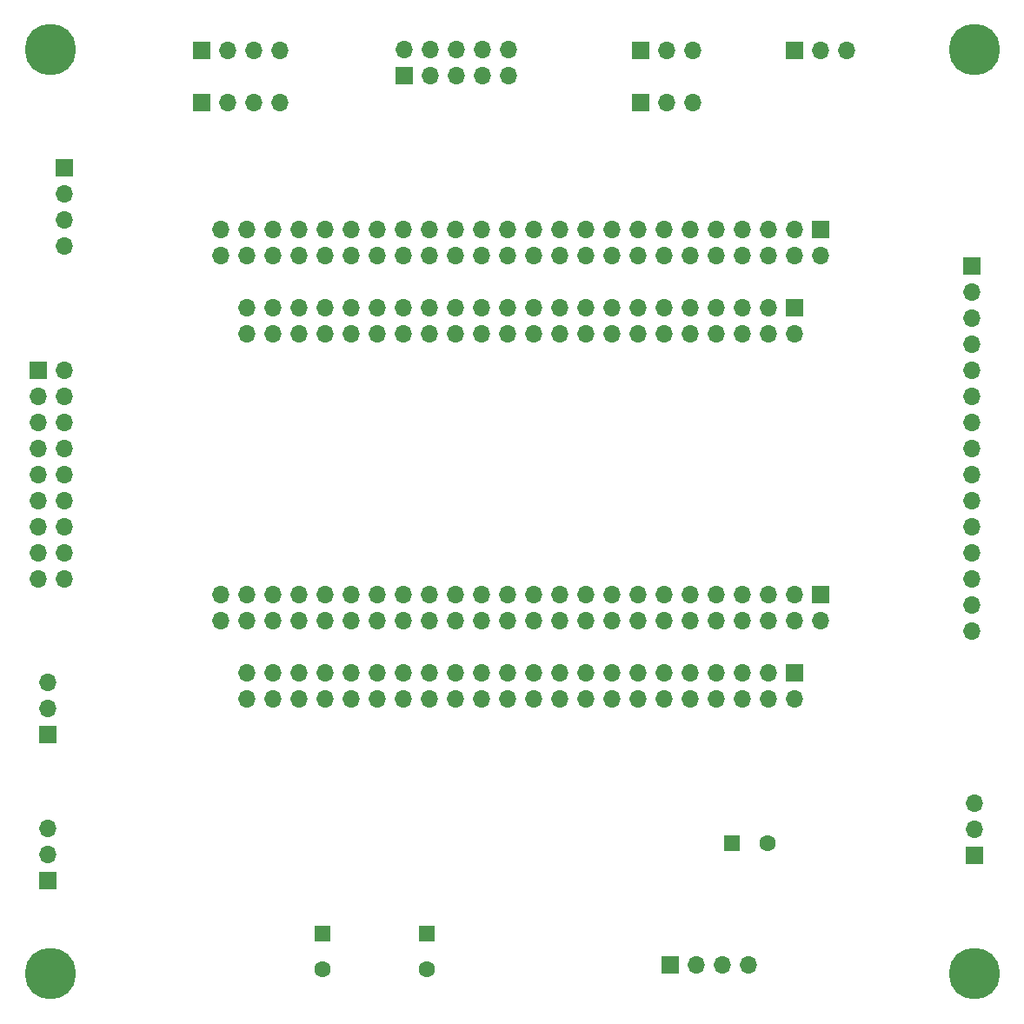
<source format=gbr>
%TF.GenerationSoftware,KiCad,Pcbnew,9.0.0*%
%TF.CreationDate,2025-04-03T13:22:58+08:00*%
%TF.ProjectId,EggClassifier,45676743-6c61-4737-9369-666965722e6b,rev?*%
%TF.SameCoordinates,Original*%
%TF.FileFunction,Soldermask,Bot*%
%TF.FilePolarity,Negative*%
%FSLAX46Y46*%
G04 Gerber Fmt 4.6, Leading zero omitted, Abs format (unit mm)*
G04 Created by KiCad (PCBNEW 9.0.0) date 2025-04-03 13:22:58*
%MOMM*%
%LPD*%
G01*
G04 APERTURE LIST*
%ADD10R,1.600000X1.600000*%
%ADD11C,1.600000*%
%ADD12R,1.700000X1.700000*%
%ADD13O,1.700000X1.700000*%
%ADD14C,5.000000*%
G04 APERTURE END LIST*
D10*
%TO.C,C1*%
X151374000Y-122296000D03*
D11*
X154874000Y-122296000D03*
%TD*%
D10*
%TO.C,C4*%
X111506000Y-131036000D03*
D11*
X111506000Y-134536000D03*
%TD*%
D10*
%TO.C,C3*%
X121666000Y-131036000D03*
D11*
X121666000Y-134536000D03*
%TD*%
D12*
%TO.C,J15*%
X142499000Y-50160000D03*
D13*
X145039000Y-50160000D03*
X147579000Y-50160000D03*
%TD*%
D12*
%TO.C,J3*%
X160020000Y-98080500D03*
D13*
X160020000Y-100620500D03*
X157480000Y-98080500D03*
X157480000Y-100620500D03*
X154940000Y-98080500D03*
X154940000Y-100620500D03*
X152400000Y-98080500D03*
X152400000Y-100620500D03*
X149860000Y-98080500D03*
X149860000Y-100620500D03*
X147320000Y-98080500D03*
X147320000Y-100620500D03*
X144780000Y-98080500D03*
X144780000Y-100620500D03*
X142240000Y-98080500D03*
X142240000Y-100620500D03*
X139700000Y-98080500D03*
X139700000Y-100620500D03*
X137160000Y-98080500D03*
X137160000Y-100620500D03*
X134620000Y-98080500D03*
X134620000Y-100620500D03*
X132080000Y-98080500D03*
X132080000Y-100620500D03*
X129540000Y-98080500D03*
X129540000Y-100620500D03*
X127000000Y-98080500D03*
X127000000Y-100620500D03*
X124460000Y-98080500D03*
X124460000Y-100620500D03*
X121920000Y-98080500D03*
X121920000Y-100620500D03*
X119380000Y-98080500D03*
X119380000Y-100620500D03*
X116840000Y-98080500D03*
X116840000Y-100620500D03*
X114300000Y-98080500D03*
X114300000Y-100620500D03*
X111760000Y-98080500D03*
X111760000Y-100620500D03*
X109220000Y-98080500D03*
X109220000Y-100620500D03*
X106680000Y-98080500D03*
X106680000Y-100620500D03*
X104140000Y-98080500D03*
X104140000Y-100620500D03*
X101600000Y-98080500D03*
X101600000Y-100620500D03*
%TD*%
D12*
%TO.C,J11*%
X84785200Y-125882400D03*
D13*
X84785200Y-123342400D03*
X84785200Y-120802400D03*
%TD*%
D14*
%TO.C,H2*%
X85000000Y-135000000D03*
%TD*%
%TO.C,H4*%
X175000000Y-45000000D03*
%TD*%
D12*
%TO.C,J10*%
X99735800Y-45054600D03*
D13*
X102275800Y-45054600D03*
X104815800Y-45054600D03*
X107355800Y-45054600D03*
%TD*%
D12*
%TO.C,J17*%
X174752000Y-66040000D03*
D13*
X174752000Y-68580000D03*
X174752000Y-71120000D03*
X174752000Y-73660000D03*
X174752000Y-76200000D03*
X174752000Y-78740000D03*
X174752000Y-81280000D03*
X174752000Y-83820000D03*
X174752000Y-86360000D03*
X174752000Y-88900000D03*
X174752000Y-91440000D03*
X174752000Y-93980000D03*
X174752000Y-96520000D03*
X174752000Y-99060000D03*
X174752000Y-101600000D03*
%TD*%
D12*
%TO.C,J9*%
X157485000Y-45080000D03*
D13*
X160025000Y-45080000D03*
X162565000Y-45080000D03*
%TD*%
D12*
%TO.C,J4*%
X157480000Y-70140500D03*
D13*
X157480000Y-72680500D03*
X154940000Y-70140500D03*
X154940000Y-72680500D03*
X152400000Y-70140500D03*
X152400000Y-72680500D03*
X149860000Y-70140500D03*
X149860000Y-72680500D03*
X147320000Y-70140500D03*
X147320000Y-72680500D03*
X144780000Y-70140500D03*
X144780000Y-72680500D03*
X142240000Y-70140500D03*
X142240000Y-72680500D03*
X139700000Y-70140500D03*
X139700000Y-72680500D03*
X137160000Y-70140500D03*
X137160000Y-72680500D03*
X134620000Y-70140500D03*
X134620000Y-72680500D03*
X132080000Y-70140500D03*
X132080000Y-72680500D03*
X129540000Y-70140500D03*
X129540000Y-72680500D03*
X127000000Y-70140500D03*
X127000000Y-72680500D03*
X124460000Y-70140500D03*
X124460000Y-72680500D03*
X121920000Y-70140500D03*
X121920000Y-72680500D03*
X119380000Y-70140500D03*
X119380000Y-72680500D03*
X116840000Y-70140500D03*
X116840000Y-72680500D03*
X114300000Y-70140500D03*
X114300000Y-72680500D03*
X111760000Y-70140500D03*
X111760000Y-72680500D03*
X109220000Y-70140500D03*
X109220000Y-72680500D03*
X106680000Y-70140500D03*
X106680000Y-72680500D03*
X104140000Y-70140500D03*
X104140000Y-72680500D03*
%TD*%
D14*
%TO.C,H1*%
X85000000Y-45000000D03*
%TD*%
%TO.C,H3*%
X175000000Y-135000000D03*
%TD*%
D12*
%TO.C,J1*%
X160020000Y-62520500D03*
D13*
X160020000Y-65060500D03*
X157480000Y-62520500D03*
X157480000Y-65060500D03*
X154940000Y-62520500D03*
X154940000Y-65060500D03*
X152400000Y-62520500D03*
X152400000Y-65060500D03*
X149860000Y-62520500D03*
X149860000Y-65060500D03*
X147320000Y-62520500D03*
X147320000Y-65060500D03*
X144780000Y-62520500D03*
X144780000Y-65060500D03*
X142240000Y-62520500D03*
X142240000Y-65060500D03*
X139700000Y-62520500D03*
X139700000Y-65060500D03*
X137160000Y-62520500D03*
X137160000Y-65060500D03*
X134620000Y-62520500D03*
X134620000Y-65060500D03*
X132080000Y-62520500D03*
X132080000Y-65060500D03*
X129540000Y-62520500D03*
X129540000Y-65060500D03*
X127000000Y-62520500D03*
X127000000Y-65060500D03*
X124460000Y-62520500D03*
X124460000Y-65060500D03*
X121920000Y-62520500D03*
X121920000Y-65060500D03*
X119380000Y-62520500D03*
X119380000Y-65060500D03*
X116840000Y-62520500D03*
X116840000Y-65060500D03*
X114300000Y-62520500D03*
X114300000Y-65060500D03*
X111760000Y-62520500D03*
X111760000Y-65060500D03*
X109220000Y-62520500D03*
X109220000Y-65060500D03*
X106680000Y-62520500D03*
X106680000Y-65060500D03*
X104140000Y-62520500D03*
X104140000Y-65060500D03*
X101600000Y-62520500D03*
X101600000Y-65060500D03*
%TD*%
D12*
%TO.C,J14*%
X175006000Y-123429000D03*
D13*
X175006000Y-120889000D03*
X175006000Y-118349000D03*
%TD*%
D12*
%TO.C,J12*%
X99745800Y-50134600D03*
D13*
X102285800Y-50134600D03*
X104825800Y-50134600D03*
X107365800Y-50134600D03*
%TD*%
D12*
%TO.C,J16*%
X86350000Y-56520000D03*
D13*
X86350000Y-59060000D03*
X86350000Y-61600000D03*
X86350000Y-64140000D03*
%TD*%
D12*
%TO.C,J2*%
X157480000Y-105700500D03*
D13*
X157480000Y-108240500D03*
X154940000Y-105700500D03*
X154940000Y-108240500D03*
X152400000Y-105700500D03*
X152400000Y-108240500D03*
X149860000Y-105700500D03*
X149860000Y-108240500D03*
X147320000Y-105700500D03*
X147320000Y-108240500D03*
X144780000Y-105700500D03*
X144780000Y-108240500D03*
X142240000Y-105700500D03*
X142240000Y-108240500D03*
X139700000Y-105700500D03*
X139700000Y-108240500D03*
X137160000Y-105700500D03*
X137160000Y-108240500D03*
X134620000Y-105700500D03*
X134620000Y-108240500D03*
X132080000Y-105700500D03*
X132080000Y-108240500D03*
X129540000Y-105700500D03*
X129540000Y-108240500D03*
X127000000Y-105700500D03*
X127000000Y-108240500D03*
X124460000Y-105700500D03*
X124460000Y-108240500D03*
X121920000Y-105700500D03*
X121920000Y-108240500D03*
X119380000Y-105700500D03*
X119380000Y-108240500D03*
X116840000Y-105700500D03*
X116840000Y-108240500D03*
X114300000Y-105700500D03*
X114300000Y-108240500D03*
X111760000Y-105700500D03*
X111760000Y-108240500D03*
X109220000Y-105700500D03*
X109220000Y-108240500D03*
X106680000Y-105700500D03*
X106680000Y-108240500D03*
X104140000Y-105700500D03*
X104140000Y-108240500D03*
%TD*%
D12*
%TO.C,J13*%
X142499000Y-45080000D03*
D13*
X145039000Y-45080000D03*
X147579000Y-45080000D03*
%TD*%
D12*
%TO.C,J7*%
X119502000Y-47498000D03*
D13*
X119502000Y-44958000D03*
X122042000Y-47498000D03*
X122042000Y-44958000D03*
X124582000Y-47498000D03*
X124582000Y-44958000D03*
X127122000Y-47498000D03*
X127122000Y-44958000D03*
X129662000Y-47498000D03*
X129662000Y-44958000D03*
%TD*%
D12*
%TO.C,J5*%
X145425000Y-134112000D03*
D13*
X147965000Y-134112000D03*
X150505000Y-134112000D03*
X153045000Y-134112000D03*
%TD*%
D12*
%TO.C,J8*%
X84785200Y-111658400D03*
D13*
X84785200Y-109118400D03*
X84785200Y-106578400D03*
%TD*%
D12*
%TO.C,J6*%
X83810000Y-76210000D03*
D13*
X86350000Y-76210000D03*
X83810000Y-78750000D03*
X86350000Y-78750000D03*
X83810000Y-81290000D03*
X86350000Y-81290000D03*
X83810000Y-83830000D03*
X86350000Y-83830000D03*
X83810000Y-86370000D03*
X86350000Y-86370000D03*
X83810000Y-88910000D03*
X86350000Y-88910000D03*
X83810000Y-91450000D03*
X86350000Y-91450000D03*
X83810000Y-93990000D03*
X86350000Y-93990000D03*
X83810000Y-96530000D03*
X86350000Y-96530000D03*
%TD*%
M02*

</source>
